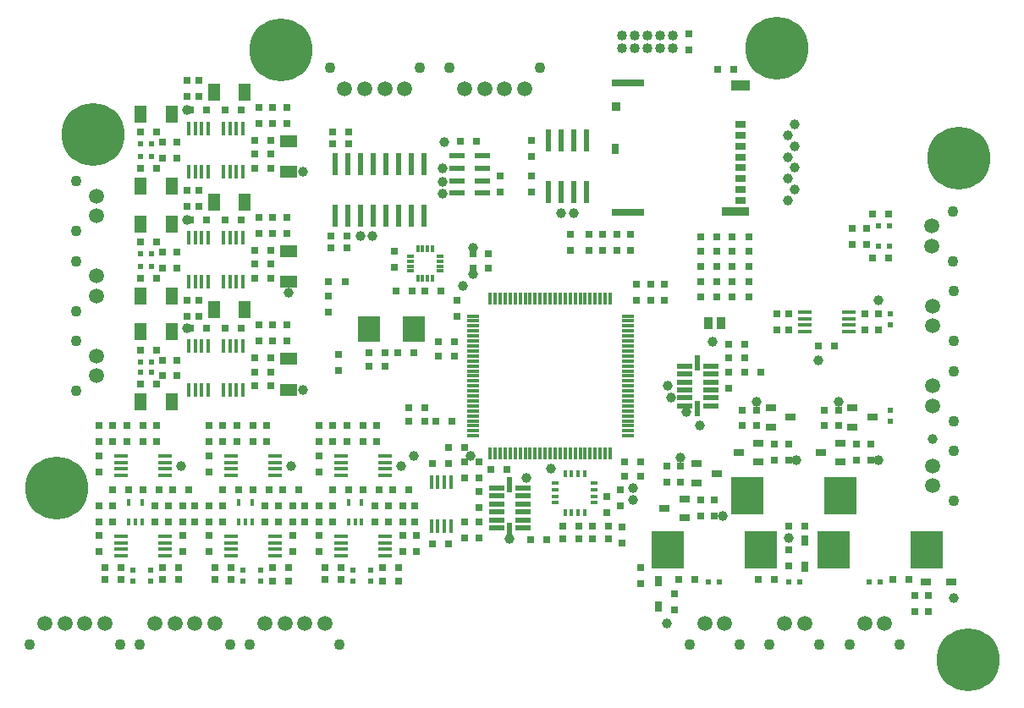
<source format=gts>
%FSLAX46Y46*%
G04 Gerber Fmt 4.6, Leading zero omitted, Abs format (unit mm)*
G04 Created by KiCad (PCBNEW (2014-jul-16 BZR unknown)-product) date Fri 01 Aug 2014 00:40:55 BST*
%MOMM*%
G01*
G04 APERTURE LIST*
%ADD10C,0.100000*%
%ADD11R,1.200000X1.700000*%
%ADD12R,1.700000X1.200000*%
%ADD13R,0.500000X0.600000*%
%ADD14R,0.800000X0.800000*%
%ADD15R,0.600000X0.500000*%
%ADD16R,0.700000X1.000000*%
%ADD17R,1.000000X0.700000*%
%ADD18R,0.965200X1.270000*%
%ADD19R,1.400000X0.400000*%
%ADD20R,1.200000X0.300000*%
%ADD21R,0.300000X1.200000*%
%ADD22R,0.400000X0.800000*%
%ADD23R,1.545000X0.550000*%
%ADD24R,0.550000X1.545000*%
%ADD25R,1.500000X0.600000*%
%ADD26R,0.800000X0.300000*%
%ADD27R,0.300000X0.800000*%
%ADD28R,0.600000X2.200000*%
%ADD29R,0.400000X1.400000*%
%ADD30C,1.016000*%
%ADD31R,3.200000X3.700000*%
%ADD32C,1.000000*%
%ADD33R,1.000000X0.800000*%
%ADD34R,2.300000X2.500000*%
%ADD35C,6.300000*%
%ADD36C,0.600000*%
%ADD37C,1.500000*%
%ADD38C,1.100000*%
%ADD39R,1.100000X0.700000*%
%ADD40R,1.830000X1.140000*%
%ADD41R,2.800000X0.860000*%
%ADD42R,3.330000X0.700000*%
%ADD43R,0.930000X0.900000*%
%ADD44R,0.780000X1.050000*%
G04 APERTURE END LIST*
D10*
D11*
X12600000Y-10800000D03*
X15700000Y-10800000D03*
X23000000Y-8600000D03*
X19900000Y-8600000D03*
D12*
X27400000Y-16600000D03*
X27400000Y-13500000D03*
D11*
X12600000Y-18000000D03*
X15700000Y-18000000D03*
X12600000Y-21800000D03*
X15700000Y-21800000D03*
X23000000Y-19600000D03*
X19900000Y-19600000D03*
D12*
X27400000Y-27600000D03*
X27400000Y-24500000D03*
D11*
X12600000Y-29000000D03*
X15700000Y-29000000D03*
X12600000Y-32600000D03*
X15700000Y-32600000D03*
X23000000Y-30400000D03*
X19900000Y-30400000D03*
D12*
X27400000Y-38400000D03*
X27400000Y-35300000D03*
D11*
X12600000Y-39600000D03*
X15700000Y-39600000D03*
D13*
X87600000Y-40400000D03*
X87600000Y-41500000D03*
X87600000Y-30800000D03*
X87600000Y-31900000D03*
X11800000Y-56400000D03*
X11800000Y-57500000D03*
X13600000Y-56400000D03*
X13600000Y-57500000D03*
X22800000Y-56400000D03*
X22800000Y-57500000D03*
X24600000Y-56400000D03*
X24600000Y-57500000D03*
X33800000Y-56400000D03*
X33800000Y-57500000D03*
X35600000Y-56400000D03*
X35600000Y-57500000D03*
D14*
X71750000Y-29100000D03*
X73400000Y-29100000D03*
X71750000Y-27550000D03*
X73400000Y-27550000D03*
X71750000Y-26050000D03*
X73400000Y-26050000D03*
X71750000Y-24550000D03*
X73400000Y-24550000D03*
X71750000Y-23050000D03*
X73400000Y-23050000D03*
D15*
X86400000Y-22000000D03*
X87500000Y-22000000D03*
X86400000Y-24000000D03*
X87500000Y-24000000D03*
D16*
X64400000Y-57500000D03*
X64400000Y-60100000D03*
D15*
X69400000Y-57600000D03*
X70500000Y-57600000D03*
D16*
X79000000Y-56100000D03*
X79000000Y-53500000D03*
D15*
X77400000Y-57600000D03*
X78500000Y-57600000D03*
D17*
X91100000Y-57600000D03*
X93700000Y-57600000D03*
D15*
X86600000Y-57600000D03*
X85500000Y-57600000D03*
X12600000Y-13800000D03*
X13700000Y-13800000D03*
X12600000Y-15000000D03*
X13700000Y-15000000D03*
X12600000Y-24800000D03*
X13700000Y-24800000D03*
X12600000Y-26000000D03*
X13700000Y-26000000D03*
X12600000Y-35600000D03*
X13700000Y-35600000D03*
X12600000Y-36600000D03*
X13700000Y-36600000D03*
D18*
X70635000Y-31750000D03*
X69365000Y-31750000D03*
D19*
X79000000Y-30600000D03*
X79000000Y-31250000D03*
X79000000Y-31900000D03*
X79000000Y-32550000D03*
X83400000Y-32550000D03*
X83400000Y-31900000D03*
X83400000Y-31250000D03*
X83400000Y-30600000D03*
D20*
X45800000Y-31000000D03*
X45800000Y-31500000D03*
X45800000Y-32000000D03*
X45800000Y-32500000D03*
X45800000Y-33000000D03*
X45800000Y-33500000D03*
X45800000Y-34000000D03*
X45800000Y-34500000D03*
X45800000Y-35000000D03*
X45800000Y-35500000D03*
X45800000Y-36000000D03*
X45800000Y-36500000D03*
X45800000Y-37000000D03*
X45800000Y-37500000D03*
X45800000Y-38000000D03*
X45800000Y-38500000D03*
X45800000Y-39000000D03*
X45800000Y-39500000D03*
X45800000Y-40000000D03*
X45800000Y-40500000D03*
X45800000Y-41000000D03*
X45800000Y-41500000D03*
X45800000Y-42000000D03*
X45800000Y-42500000D03*
X45800000Y-43000000D03*
D21*
X47550000Y-44750000D03*
X48050000Y-44750000D03*
X48550000Y-44750000D03*
X49050000Y-44750000D03*
X49550000Y-44750000D03*
X50050000Y-44750000D03*
X50550000Y-44750000D03*
X51050000Y-44750000D03*
X51550000Y-44750000D03*
X52050000Y-44750000D03*
X52550000Y-44750000D03*
X53050000Y-44750000D03*
X53550000Y-44750000D03*
X54050000Y-44750000D03*
X54550000Y-44750000D03*
X55050000Y-44750000D03*
X55550000Y-44750000D03*
X56050000Y-44750000D03*
X56550000Y-44750000D03*
X57050000Y-44750000D03*
X57550000Y-44750000D03*
X58050000Y-44750000D03*
X58550000Y-44750000D03*
X59050000Y-44750000D03*
X59550000Y-44750000D03*
D20*
X61300000Y-43000000D03*
X61300000Y-42500000D03*
X61300000Y-42000000D03*
X61300000Y-41500000D03*
X61300000Y-41000000D03*
X61300000Y-40500000D03*
X61300000Y-40000000D03*
X61300000Y-39500000D03*
X61300000Y-39000000D03*
X61300000Y-38500000D03*
X61300000Y-38000000D03*
X61300000Y-37500000D03*
X61300000Y-37000000D03*
X61300000Y-36500000D03*
X61300000Y-36000000D03*
X61300000Y-35500000D03*
X61300000Y-35000000D03*
X61300000Y-34500000D03*
X61300000Y-34000000D03*
X61300000Y-33500000D03*
X61300000Y-33000000D03*
X61300000Y-32500000D03*
X61300000Y-32000000D03*
X61300000Y-31500000D03*
X61300000Y-31000000D03*
D21*
X59550000Y-29250000D03*
X59050000Y-29250000D03*
X58550000Y-29250000D03*
X58050000Y-29250000D03*
X57550000Y-29250000D03*
X57050000Y-29250000D03*
X56550000Y-29250000D03*
X56050000Y-29250000D03*
X55550000Y-29250000D03*
X55050000Y-29250000D03*
X54550000Y-29250000D03*
X54050000Y-29250000D03*
X53550000Y-29250000D03*
X53050000Y-29250000D03*
X52550000Y-29250000D03*
X52050000Y-29250000D03*
X51550000Y-29250000D03*
X51050000Y-29250000D03*
X50550000Y-29250000D03*
X50050000Y-29250000D03*
X49550000Y-29250000D03*
X49050000Y-29250000D03*
X48550000Y-29250000D03*
X48050000Y-29250000D03*
X47550000Y-29250000D03*
D19*
X15000000Y-55000000D03*
X15000000Y-54350000D03*
X15000000Y-53700000D03*
X15000000Y-53050000D03*
X10600000Y-53050000D03*
X10600000Y-53700000D03*
X10600000Y-54350000D03*
X10600000Y-55000000D03*
X10600000Y-45000000D03*
X10600000Y-45650000D03*
X10600000Y-46300000D03*
X10600000Y-46950000D03*
X15000000Y-46950000D03*
X15000000Y-46300000D03*
X15000000Y-45650000D03*
X15000000Y-45000000D03*
D22*
X11400000Y-51600000D03*
X12050000Y-51600000D03*
X12700000Y-51600000D03*
X11400000Y-49700000D03*
X12700000Y-49700000D03*
D19*
X26000000Y-55000000D03*
X26000000Y-54350000D03*
X26000000Y-53700000D03*
X26000000Y-53050000D03*
X21600000Y-53050000D03*
X21600000Y-53700000D03*
X21600000Y-54350000D03*
X21600000Y-55000000D03*
X21600000Y-45000000D03*
X21600000Y-45650000D03*
X21600000Y-46300000D03*
X21600000Y-46950000D03*
X26000000Y-46950000D03*
X26000000Y-46300000D03*
X26000000Y-45650000D03*
X26000000Y-45000000D03*
D22*
X22400000Y-51600000D03*
X23050000Y-51600000D03*
X23700000Y-51600000D03*
X22400000Y-49700000D03*
X23700000Y-49700000D03*
D19*
X37000000Y-55000000D03*
X37000000Y-54350000D03*
X37000000Y-53700000D03*
X37000000Y-53050000D03*
X32600000Y-53050000D03*
X32600000Y-53700000D03*
X32600000Y-54350000D03*
X32600000Y-55000000D03*
X32600000Y-45000000D03*
X32600000Y-45650000D03*
X32600000Y-46300000D03*
X32600000Y-46950000D03*
X37000000Y-46950000D03*
X37000000Y-46300000D03*
X37000000Y-45650000D03*
X37000000Y-45000000D03*
D22*
X33400000Y-51600000D03*
X34050000Y-51600000D03*
X34700000Y-51600000D03*
X33400000Y-49700000D03*
X34700000Y-49700000D03*
D23*
X48200000Y-48200000D03*
X48200000Y-49000000D03*
X48200000Y-49800000D03*
X48200000Y-50600000D03*
X48200000Y-51400000D03*
X48200000Y-52200000D03*
X50795000Y-52200000D03*
X50795000Y-51400000D03*
X50795000Y-50600000D03*
X50795000Y-49800000D03*
X50795000Y-49000000D03*
X50795000Y-48200000D03*
D24*
X49500000Y-47902500D03*
X49500000Y-52497500D03*
D23*
X69600000Y-40000000D03*
X69600000Y-39200000D03*
X69600000Y-38400000D03*
X69600000Y-37600000D03*
X69600000Y-36800000D03*
X69600000Y-36000000D03*
X67005000Y-36000000D03*
X67005000Y-36800000D03*
X67005000Y-37600000D03*
X67005000Y-38400000D03*
X67005000Y-39200000D03*
X67005000Y-40000000D03*
D24*
X68300000Y-40297500D03*
X68300000Y-35702500D03*
D25*
X46800000Y-18700000D03*
X46800000Y-17450000D03*
X46800000Y-16200000D03*
X44200000Y-16200000D03*
X44200000Y-17450000D03*
X44200000Y-18700000D03*
X46800000Y-14950000D03*
X44200000Y-14950000D03*
D26*
X57950000Y-49700000D03*
X57950000Y-49050000D03*
X57950000Y-48400000D03*
X57950000Y-47750000D03*
D27*
X56975000Y-46775000D03*
X56325000Y-46775000D03*
X55675000Y-46775000D03*
X55025000Y-46775000D03*
D26*
X54050000Y-47750000D03*
X54050000Y-48400000D03*
X54050000Y-49050000D03*
X54050000Y-49700000D03*
D27*
X55025000Y-50675000D03*
X55675000Y-50675000D03*
X56325000Y-50675000D03*
X56975000Y-50675000D03*
D28*
X32000000Y-21000000D03*
X33270000Y-21000000D03*
X34540000Y-21000000D03*
X35810000Y-21000000D03*
X35810000Y-15793000D03*
X34540000Y-15793000D03*
X33270000Y-15793000D03*
X32000000Y-15793000D03*
X37080000Y-21000000D03*
X38350000Y-21000000D03*
X39620000Y-21000000D03*
X40890000Y-21000000D03*
X37080000Y-15793000D03*
X38350000Y-15793000D03*
X39620000Y-15793000D03*
X40890000Y-15793000D03*
X53350000Y-18600000D03*
X54620000Y-18600000D03*
X55890000Y-18600000D03*
X57160000Y-18600000D03*
X57160000Y-13393000D03*
X55890000Y-13393000D03*
X54620000Y-13393000D03*
X53350000Y-13393000D03*
D29*
X17400000Y-16600000D03*
X18050000Y-16600000D03*
X18700000Y-16600000D03*
X19350000Y-16600000D03*
X19350000Y-12200000D03*
X18700000Y-12200000D03*
X18050000Y-12200000D03*
X17400000Y-12200000D03*
X22800000Y-12200000D03*
X22150000Y-12200000D03*
X21500000Y-12200000D03*
X20850000Y-12200000D03*
X20850000Y-16600000D03*
X21500000Y-16600000D03*
X22150000Y-16600000D03*
X22800000Y-16600000D03*
X17400000Y-27600000D03*
X18050000Y-27600000D03*
X18700000Y-27600000D03*
X19350000Y-27600000D03*
X19350000Y-23200000D03*
X18700000Y-23200000D03*
X18050000Y-23200000D03*
X17400000Y-23200000D03*
X22800000Y-23200000D03*
X22150000Y-23200000D03*
X21500000Y-23200000D03*
X20850000Y-23200000D03*
X20850000Y-27600000D03*
X21500000Y-27600000D03*
X22150000Y-27600000D03*
X22800000Y-27600000D03*
X17400000Y-38400000D03*
X18050000Y-38400000D03*
X18700000Y-38400000D03*
X19350000Y-38400000D03*
X19350000Y-34000000D03*
X18700000Y-34000000D03*
X18050000Y-34000000D03*
X17400000Y-34000000D03*
X22800000Y-34000000D03*
X22150000Y-34000000D03*
X21500000Y-34000000D03*
X20850000Y-34000000D03*
X20850000Y-38400000D03*
X21500000Y-38400000D03*
X22150000Y-38400000D03*
X22800000Y-38400000D03*
D30*
X65800000Y-2930000D03*
X65800000Y-4200000D03*
X64530000Y-2930000D03*
X64530000Y-4200000D03*
X63260000Y-2930000D03*
X63260000Y-4200000D03*
X61990000Y-2930000D03*
X61990000Y-4200000D03*
X60720000Y-2930000D03*
X60720000Y-4200000D03*
D14*
X45000000Y-47200000D03*
X45000000Y-45600000D03*
X46400000Y-45600000D03*
X46400000Y-47200000D03*
X60200000Y-22800000D03*
X60200000Y-24400000D03*
X61600000Y-22800000D03*
X61600000Y-24400000D03*
X58800000Y-22800000D03*
X58800000Y-24400000D03*
X57400000Y-22800000D03*
X57400000Y-24400000D03*
X55600000Y-22800000D03*
X55600000Y-24400000D03*
X35400000Y-36000000D03*
X37000000Y-36000000D03*
X16400000Y-57400000D03*
X14800000Y-57400000D03*
X15400000Y-50000000D03*
X15400000Y-51600000D03*
X16800000Y-54600000D03*
X16800000Y-53000000D03*
X8400000Y-53000000D03*
X8400000Y-54600000D03*
X9800000Y-50000000D03*
X9800000Y-51600000D03*
X8400000Y-45000000D03*
X8400000Y-46600000D03*
X9800000Y-42000000D03*
X9800000Y-43600000D03*
X14000000Y-51600000D03*
X14000000Y-50000000D03*
X27400000Y-57500000D03*
X25800000Y-57500000D03*
X26400000Y-50000000D03*
X26400000Y-51600000D03*
X27800000Y-54600000D03*
X27800000Y-53000000D03*
X19400000Y-53000000D03*
X19400000Y-54600000D03*
X20800000Y-50000000D03*
X20800000Y-51600000D03*
X19400000Y-45000000D03*
X19400000Y-46600000D03*
X20800000Y-42000000D03*
X20800000Y-43600000D03*
X25000000Y-51600000D03*
X25000000Y-50000000D03*
X38400000Y-57500000D03*
X36800000Y-57500000D03*
X37400000Y-50000000D03*
X37400000Y-51600000D03*
X38800000Y-54600000D03*
X38800000Y-53000000D03*
X30400000Y-53000000D03*
X30400000Y-54600000D03*
X31800000Y-50000000D03*
X31800000Y-51600000D03*
X30400000Y-45000000D03*
X30400000Y-46600000D03*
X31800000Y-42000000D03*
X31800000Y-43600000D03*
X36000000Y-51600000D03*
X36000000Y-50000000D03*
X53200000Y-53400000D03*
X51600000Y-53400000D03*
X73000000Y-33800000D03*
X71400000Y-33800000D03*
X60600000Y-50000000D03*
X60600000Y-48400000D03*
X47400000Y-26200000D03*
X45800000Y-26200000D03*
X59250000Y-50700000D03*
X59250000Y-49100000D03*
X47400000Y-24800000D03*
X45800000Y-24800000D03*
X46150000Y-13550000D03*
X44550000Y-13550000D03*
X60700000Y-52150000D03*
X60700000Y-53750000D03*
X70250000Y-29100000D03*
X68650000Y-29100000D03*
X70250000Y-27550000D03*
X68650000Y-27550000D03*
X70250000Y-26050000D03*
X68650000Y-26050000D03*
X70250000Y-24550000D03*
X68650000Y-24550000D03*
X70250000Y-23050000D03*
X68650000Y-23050000D03*
X85200000Y-22200000D03*
X85200000Y-23800000D03*
X83800000Y-22200000D03*
X83800000Y-23800000D03*
X68600000Y-51000000D03*
X68600000Y-49400000D03*
X65200000Y-46000000D03*
X65200000Y-47600000D03*
X70000000Y-51000000D03*
X70000000Y-49400000D03*
X66600000Y-46000000D03*
X66600000Y-47600000D03*
D31*
X74600000Y-54400000D03*
X65300000Y-54400000D03*
D14*
X68000000Y-57400000D03*
X66400000Y-57400000D03*
X66000000Y-58800000D03*
X66000000Y-60400000D03*
X76000000Y-45400000D03*
X76000000Y-43800000D03*
X72800000Y-40400000D03*
X72800000Y-42000000D03*
X77400000Y-45400000D03*
X77400000Y-43800000D03*
X74200000Y-40400000D03*
X74200000Y-42000000D03*
D31*
X82600000Y-49000000D03*
X73300000Y-49000000D03*
D14*
X76000000Y-57400000D03*
X74400000Y-57400000D03*
X77400000Y-56000000D03*
X77400000Y-54400000D03*
X84200000Y-45400000D03*
X84200000Y-43800000D03*
X81000000Y-40400000D03*
X81000000Y-42000000D03*
X85600000Y-45400000D03*
X85600000Y-43800000D03*
X82400000Y-40400000D03*
X82400000Y-42000000D03*
D31*
X91200000Y-54400000D03*
X81900000Y-54400000D03*
D14*
X87800000Y-57400000D03*
X89400000Y-57400000D03*
X90000000Y-59000000D03*
X90000000Y-60600000D03*
X14200000Y-12600000D03*
X12600000Y-12600000D03*
X19200000Y-10400000D03*
X17600000Y-10400000D03*
X22600000Y-10400000D03*
X21000000Y-10400000D03*
X25600000Y-13400000D03*
X24000000Y-13400000D03*
X24000000Y-14800000D03*
X25600000Y-14800000D03*
X14200000Y-16200000D03*
X12600000Y-16200000D03*
X16200000Y-15200000D03*
X16200000Y-13600000D03*
X14200000Y-23600000D03*
X12600000Y-23600000D03*
X19200000Y-21400000D03*
X17600000Y-21400000D03*
X22600000Y-21400000D03*
X21000000Y-21400000D03*
X25600000Y-24400000D03*
X24000000Y-24400000D03*
X24000000Y-25800000D03*
X25600000Y-25800000D03*
X14200000Y-27200000D03*
X12600000Y-27200000D03*
X16200000Y-26200000D03*
X16200000Y-24600000D03*
X14200000Y-34400000D03*
X12600000Y-34400000D03*
X19200000Y-32200000D03*
X17600000Y-32200000D03*
X22600000Y-32200000D03*
X21000000Y-32200000D03*
X25600000Y-35200000D03*
X24000000Y-35200000D03*
X24000000Y-36600000D03*
X25600000Y-36600000D03*
X14200000Y-37800000D03*
X12600000Y-37800000D03*
X16200000Y-37000000D03*
X16200000Y-35400000D03*
D32*
X45600000Y-45000000D03*
X80400000Y-35400000D03*
X91800000Y-43300000D03*
X86400000Y-29400000D03*
X78000000Y-18300000D03*
X77300000Y-19400000D03*
X78000000Y-11800000D03*
X77300000Y-12900000D03*
X78000000Y-14000000D03*
X78000000Y-16100000D03*
X16600000Y-46000000D03*
X27600000Y-46000000D03*
X38600000Y-46000000D03*
X53600000Y-46300000D03*
X65350000Y-37950000D03*
X49500000Y-53300000D03*
X69800000Y-33600000D03*
X65650000Y-39200000D03*
X51200000Y-47200000D03*
X67200000Y-40600000D03*
X68500000Y-42000000D03*
X61800000Y-49400000D03*
X45800000Y-24200000D03*
X61800000Y-48200000D03*
X45800000Y-26800000D03*
X42800000Y-18800000D03*
X42800000Y-17600000D03*
X42800000Y-16200000D03*
X44800000Y-28000000D03*
X43000000Y-13600000D03*
X34600000Y-23000000D03*
X35800000Y-23000000D03*
X54650000Y-20700000D03*
X55900000Y-20700000D03*
X70800000Y-51000000D03*
X66600000Y-45200000D03*
X65200000Y-61800000D03*
X78200000Y-45400000D03*
X74200000Y-39600000D03*
X77400000Y-53200000D03*
X86400000Y-45400000D03*
X82400000Y-39600000D03*
X93900000Y-59200000D03*
X17200000Y-10400000D03*
X28800000Y-16600000D03*
X17200000Y-21400000D03*
X27400000Y-28700000D03*
X17200000Y-32200000D03*
X28800000Y-38400000D03*
D27*
X41800000Y-24250000D03*
X41300000Y-24250000D03*
X40800000Y-24250000D03*
X40300000Y-24250000D03*
D26*
X39550000Y-25000000D03*
X39550000Y-25500000D03*
X39550000Y-26000000D03*
X39550000Y-26500000D03*
D27*
X40300000Y-27250000D03*
X40800000Y-27250000D03*
X41300000Y-27250000D03*
X41800000Y-27250000D03*
D26*
X42550000Y-26500000D03*
X42550000Y-26000000D03*
X42550000Y-25500000D03*
X42550000Y-25000000D03*
D14*
X24000000Y-38000000D03*
X25600000Y-38000000D03*
X24400000Y-31900000D03*
X24400000Y-33500000D03*
X14800000Y-35400000D03*
X14800000Y-37000000D03*
X27200000Y-33500000D03*
X27200000Y-31900000D03*
X25800000Y-33500000D03*
X25800000Y-31900000D03*
X17200000Y-31000000D03*
X17200000Y-29400000D03*
X18400000Y-31000000D03*
X18400000Y-29400000D03*
X24000000Y-27200000D03*
X25600000Y-27200000D03*
X24400000Y-21100000D03*
X24400000Y-22700000D03*
X14800000Y-24600000D03*
X14800000Y-26200000D03*
X27200000Y-22700000D03*
X27200000Y-21100000D03*
X25800000Y-22700000D03*
X25800000Y-21100000D03*
X17200000Y-20000000D03*
X17200000Y-18400000D03*
X18400000Y-20000000D03*
X18400000Y-18400000D03*
X24000000Y-16200000D03*
X25600000Y-16200000D03*
X24400000Y-10100000D03*
X24400000Y-11700000D03*
X14800000Y-13600000D03*
X14800000Y-15200000D03*
X27200000Y-11700000D03*
X27200000Y-10100000D03*
X25800000Y-11700000D03*
X25800000Y-10100000D03*
X17200000Y-9000000D03*
X17200000Y-7400000D03*
X18400000Y-9000000D03*
X18400000Y-7400000D03*
X91400000Y-60600000D03*
X91400000Y-59000000D03*
X77400000Y-52000000D03*
X79000000Y-52000000D03*
X62600000Y-57800000D03*
X62600000Y-56200000D03*
X51700000Y-15000000D03*
X51700000Y-13400000D03*
X87400000Y-25200000D03*
X85800000Y-25200000D03*
X51700000Y-16950000D03*
X51700000Y-18550000D03*
X85800000Y-20800000D03*
X87400000Y-20800000D03*
X31800000Y-13800000D03*
X33400000Y-13800000D03*
X33200000Y-23000000D03*
X31600000Y-23000000D03*
X31800000Y-12600000D03*
X33400000Y-12600000D03*
X33200000Y-24200000D03*
X31600000Y-24200000D03*
X42600000Y-28500000D03*
X41000000Y-28500000D03*
X59350000Y-52000000D03*
X57750000Y-52000000D03*
X38100000Y-28500000D03*
X39700000Y-28500000D03*
X59350000Y-53300000D03*
X57750000Y-53300000D03*
X56450000Y-52000000D03*
X54850000Y-52000000D03*
X56450000Y-53300000D03*
X54850000Y-53300000D03*
X38000000Y-24500000D03*
X38000000Y-26100000D03*
X48550000Y-18600000D03*
X48550000Y-17000000D03*
X73000000Y-36600000D03*
X74600000Y-36600000D03*
X71400000Y-35200000D03*
X73000000Y-35200000D03*
X71400000Y-38200000D03*
X71400000Y-36600000D03*
X45000000Y-53200000D03*
X45000000Y-51600000D03*
X46400000Y-53200000D03*
X46400000Y-51600000D03*
X46400000Y-48600000D03*
X46400000Y-50200000D03*
X36200000Y-43600000D03*
X36200000Y-42000000D03*
X33200000Y-43600000D03*
X34800000Y-43600000D03*
X36400000Y-48400000D03*
X34800000Y-48400000D03*
X31000000Y-56200000D03*
X32600000Y-56200000D03*
X38800000Y-51600000D03*
X38800000Y-50000000D03*
X33200000Y-42000000D03*
X34800000Y-42000000D03*
X31800000Y-48400000D03*
X33400000Y-48400000D03*
X37800000Y-48400000D03*
X39400000Y-48400000D03*
X32600000Y-57400000D03*
X31000000Y-57400000D03*
X40000000Y-50000000D03*
X40000000Y-51600000D03*
X30400000Y-42000000D03*
X30400000Y-43600000D03*
X30400000Y-50000000D03*
X30400000Y-51600000D03*
X38400000Y-56200000D03*
X36800000Y-56200000D03*
X25200000Y-43600000D03*
X25200000Y-42000000D03*
X22200000Y-43600000D03*
X23800000Y-43600000D03*
X25400000Y-48400000D03*
X23800000Y-48400000D03*
X20000000Y-56200000D03*
X21600000Y-56200000D03*
X27800000Y-51600000D03*
X27800000Y-50000000D03*
X22200000Y-42000000D03*
X23800000Y-42000000D03*
X20800000Y-48400000D03*
X22400000Y-48400000D03*
X26800000Y-48400000D03*
X28400000Y-48400000D03*
X21600000Y-57400000D03*
X20000000Y-57400000D03*
X29000000Y-50000000D03*
X29000000Y-51600000D03*
X19400000Y-42000000D03*
X19400000Y-43600000D03*
X19400000Y-50000000D03*
X19400000Y-51600000D03*
X27400000Y-56200000D03*
X25800000Y-56200000D03*
X14200000Y-43600000D03*
X14200000Y-42000000D03*
X11200000Y-43600000D03*
X12800000Y-43600000D03*
X14400000Y-48400000D03*
X12800000Y-48400000D03*
X9000000Y-56200000D03*
X10600000Y-56200000D03*
X16800000Y-51600000D03*
X16800000Y-50000000D03*
X11200000Y-42000000D03*
X12800000Y-42000000D03*
X9800000Y-48400000D03*
X11400000Y-48400000D03*
X15800000Y-48400000D03*
X17400000Y-48400000D03*
X10600000Y-57400000D03*
X9000000Y-57400000D03*
X18000000Y-50000000D03*
X18000000Y-51600000D03*
X8400000Y-42000000D03*
X8400000Y-43600000D03*
X8400000Y-50000000D03*
X8400000Y-51600000D03*
X16400000Y-56200000D03*
X14800000Y-56200000D03*
X35400000Y-34700000D03*
X37000000Y-34700000D03*
X32400000Y-34850000D03*
X32400000Y-36450000D03*
X39900000Y-34700000D03*
X38300000Y-34700000D03*
X65000000Y-29400000D03*
X65000000Y-27800000D03*
X61000000Y-47000000D03*
X62600000Y-47000000D03*
X43700000Y-41500000D03*
X42100000Y-41500000D03*
X41000000Y-41500000D03*
X39400000Y-41500000D03*
X44200000Y-29400000D03*
X44200000Y-31000000D03*
X49200000Y-46400000D03*
X47600000Y-46400000D03*
X61000000Y-45600000D03*
X62600000Y-45600000D03*
X41000000Y-40200000D03*
X39400000Y-40200000D03*
X44000000Y-33600000D03*
X42400000Y-33600000D03*
X44000000Y-35000000D03*
X42400000Y-35000000D03*
X62150000Y-29400000D03*
X62150000Y-27800000D03*
X63600000Y-29400000D03*
X63600000Y-27800000D03*
X70300000Y-6300000D03*
X71900000Y-6300000D03*
X76200000Y-30800000D03*
X76200000Y-32400000D03*
X77400000Y-30800000D03*
X77400000Y-32400000D03*
X80400000Y-34000000D03*
X82000000Y-34000000D03*
X85000000Y-30800000D03*
X85000000Y-32400000D03*
X67400000Y-2800000D03*
X67400000Y-4400000D03*
X86400000Y-30800000D03*
X86400000Y-32400000D03*
X43400000Y-44200000D03*
X45000000Y-44200000D03*
D33*
X67000000Y-51200000D03*
X67000000Y-49300000D03*
X65000000Y-50250000D03*
X68200000Y-45800000D03*
X68200000Y-47700000D03*
X70200000Y-46750000D03*
X74400000Y-45600000D03*
X74400000Y-43700000D03*
X72400000Y-44650000D03*
X75600000Y-40200000D03*
X75600000Y-42100000D03*
X77600000Y-41150000D03*
X82600000Y-45600000D03*
X82600000Y-43700000D03*
X80600000Y-44650000D03*
X83800000Y-40200000D03*
X83800000Y-42100000D03*
X85800000Y-41150000D03*
D14*
X43400000Y-53800000D03*
X41800000Y-53800000D03*
X40200000Y-54600000D03*
X40200000Y-53000000D03*
X41800000Y-45800000D03*
X43400000Y-45800000D03*
D29*
X43600000Y-47600000D03*
X42950000Y-47600000D03*
X42300000Y-47600000D03*
X41650000Y-47600000D03*
X41650000Y-52000000D03*
X42300000Y-52000000D03*
X42950000Y-52000000D03*
X43600000Y-52000000D03*
D32*
X39900000Y-45000000D03*
D34*
X39900000Y-32300000D03*
X35400000Y-32300000D03*
D32*
X77300000Y-15100000D03*
X77300000Y-17200000D03*
D35*
X4200000Y-48200000D03*
D36*
X4200000Y-45700000D03*
X6700000Y-48200000D03*
X4200000Y-50700000D03*
X1700000Y-48200000D03*
X2400000Y-46400000D03*
X6000000Y-46400000D03*
X2400000Y-50000000D03*
X6000000Y-50000000D03*
D35*
X26600000Y-4400000D03*
D36*
X26600000Y-1900000D03*
X29100000Y-4400000D03*
X26600000Y-6900000D03*
X24100000Y-4400000D03*
X24800000Y-2600000D03*
X28400000Y-2600000D03*
X24800000Y-6200000D03*
X28400000Y-6200000D03*
D35*
X76200000Y-4200000D03*
D36*
X76200000Y-1700000D03*
X78700000Y-4200000D03*
X76200000Y-6700000D03*
X73700000Y-4200000D03*
X74400000Y-2400000D03*
X78000000Y-2400000D03*
X74400000Y-6000000D03*
X78000000Y-6000000D03*
D35*
X95400000Y-65400000D03*
D36*
X95400000Y-62900000D03*
X97900000Y-65400000D03*
X95400000Y-67900000D03*
X92900000Y-65400000D03*
X93600000Y-63600000D03*
X97200000Y-63600000D03*
X93600000Y-67200000D03*
X97200000Y-67200000D03*
D35*
X94400000Y-15200000D03*
D36*
X94400000Y-12700000D03*
X96900000Y-15200000D03*
X94400000Y-17700000D03*
X91900000Y-15200000D03*
X92600000Y-13400000D03*
X96200000Y-13400000D03*
X92600000Y-17000000D03*
X96200000Y-17000000D03*
D35*
X7800000Y-12800000D03*
D36*
X7800000Y-10300000D03*
X10300000Y-12800000D03*
X7800000Y-15300000D03*
X5300000Y-12800000D03*
X6000000Y-11000000D03*
X9600000Y-11000000D03*
X6000000Y-14600000D03*
X9600000Y-14600000D03*
D37*
X8200000Y-37000000D03*
X8200000Y-35000000D03*
D38*
X6100000Y-38500000D03*
X6100000Y-33500000D03*
D37*
X8200000Y-29000000D03*
X8200000Y-27000000D03*
D38*
X6100000Y-30500000D03*
X6100000Y-25500000D03*
D37*
X8200000Y-21000000D03*
X8200000Y-19000000D03*
D38*
X6100000Y-22500000D03*
X6100000Y-17500000D03*
D37*
X87000000Y-61800000D03*
X85000000Y-61800000D03*
D38*
X88500000Y-63900000D03*
X83500000Y-63900000D03*
D37*
X79000000Y-61800000D03*
X77000000Y-61800000D03*
D38*
X80500000Y-63900000D03*
X75500000Y-63900000D03*
D37*
X71000000Y-61800000D03*
X69000000Y-61800000D03*
D38*
X72500000Y-63900000D03*
X67500000Y-63900000D03*
D37*
X91750000Y-22000000D03*
X91750000Y-24000000D03*
D38*
X93850000Y-20500000D03*
X93850000Y-25500000D03*
D37*
X91800000Y-38000000D03*
X91800000Y-40000000D03*
D38*
X93900000Y-36500000D03*
X93900000Y-41500000D03*
D37*
X91800000Y-46000000D03*
X91800000Y-48000000D03*
D38*
X93900000Y-44500000D03*
X93900000Y-49500000D03*
D37*
X91800000Y-30000000D03*
X91800000Y-32000000D03*
D38*
X93900000Y-28500000D03*
X93900000Y-33500000D03*
D37*
X45000000Y-8250000D03*
X47000000Y-8250000D03*
X49000000Y-8250000D03*
X51000000Y-8250000D03*
D38*
X43500000Y-6150000D03*
X52500000Y-6150000D03*
D37*
X33000000Y-8250000D03*
X35000000Y-8250000D03*
X37000000Y-8250000D03*
X39000000Y-8250000D03*
D38*
X31500000Y-6150000D03*
X40500000Y-6150000D03*
D37*
X31000000Y-61750000D03*
X29000000Y-61750000D03*
X27000000Y-61750000D03*
X25000000Y-61750000D03*
D38*
X32500000Y-63850000D03*
X23500000Y-63850000D03*
D37*
X20000000Y-61750000D03*
X18000000Y-61750000D03*
X16000000Y-61750000D03*
X14000000Y-61750000D03*
D38*
X21500000Y-63850000D03*
X12500000Y-63850000D03*
D37*
X9000000Y-61750000D03*
X7000000Y-61750000D03*
X5000000Y-61750000D03*
X3000000Y-61750000D03*
D38*
X10500000Y-63850000D03*
X1500000Y-63850000D03*
D39*
X72600000Y-11800000D03*
X72600000Y-12900000D03*
X72600000Y-14000000D03*
X72600000Y-15100000D03*
X72600000Y-16100000D03*
X72600000Y-17200000D03*
X72600000Y-18300000D03*
X72600000Y-19400000D03*
D40*
X72585000Y-7920000D03*
D41*
X72100000Y-20580000D03*
D42*
X61335000Y-20660000D03*
X61335000Y-7700000D03*
D43*
X60135000Y-10010000D03*
D44*
X60060000Y-14275000D03*
D14*
X31400000Y-27600000D03*
X33050000Y-27600000D03*
X31400000Y-29000000D03*
X31400000Y-30600000D03*
M02*

</source>
